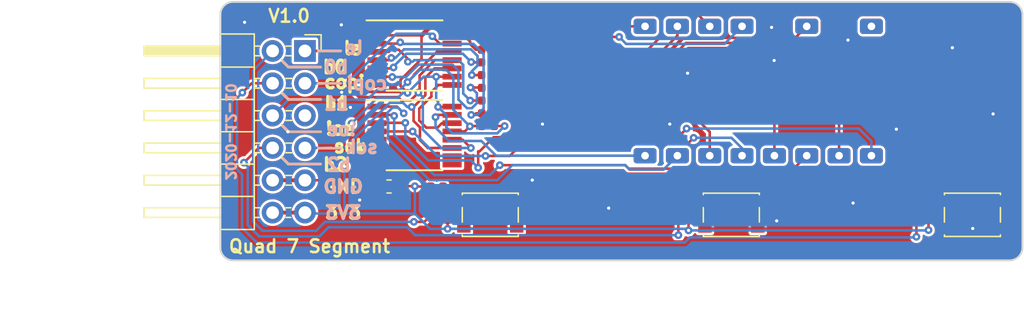
<source format=kicad_pcb>
(kicad_pcb (version 20221018) (generator pcbnew)
  (title_block (title "Quad 7 Segment") (date "2020-12-10") (rev "r1.0") (company "GsD") (comment 1 "PMOD"))
  (layers (0 "F.Cu" signal) (31 "B.Cu" signal) (34 "B.Paste" user) (35 "F.Paste" user) (36 "B.SilkS" user "B.Silkscreen") (37 "F.SilkS" user "F.Silkscreen") (38 "B.Mask" user) (39 "F.Mask" user) (44 "Edge.Cuts" user))
  (net 0 "")
  (net 1 "GND")
  (net 2 "+3V3")
  (net 3 "/btn2")
  (net 4 "/!oe")
  (net 5 "/btn1")
  (net 6 "/btn0")
  (net 7 "/sck")
  (net 8 "/cipo")
  (net 9 "/copi")
  (net 10 "/le")
  (net 11 "Net-(LE1-Pad16)")
  (net 12 "Net-(LE1-Pad15)")
  (net 13 "Net-(LE1-Pad14)")
  (net 14 "Net-(LE1-Pad13)")
  (net 15 "Net-(LE1-Pad11)")
  (net 16 "Net-(LE1-Pad7)")
  (net 17 "Net-(LE1-Pad5)")
  (net 18 "Net-(LE1-Pad3)")
  (net 19 "/led_cc4")
  (net 20 "/led_cc2")
  (net 21 "/led_cc3")
  (net 22 "/led_cc0")
  (net 23 "/led_cc1")
  (net 24 "/led_a")
  (net 25 "/led_b")
  (net 26 "/led_c")
  (net 27 "/led_d")
  (net 28 "/led_e")
  (net 29 "/led_f")
  (net 30 "/led_g")
  (net 31 "/led_dp")
  (net 32 "Net-(U1-Pad9)")
  (net 33 "Net-(U2-Pad10)")
  (net 34 "Net-(U2-Pad9)")
  (net 35 "Net-(U2-Pad7)")
  (net 36 "Net-(U2-Pad6)")
  (net 37 "Net-(U2-Pad5)")
  (footprint "Package_SO:TSSOP-16_4.4x5mm_P0.65mm" (layer "F.Cu") (at 122.75 91.7)
    (fp_text reference "U2" hide)
    (fp_text value "74HC595" hide)
  )
  (footprint "Resistor_SMD:R_0402_1005Metric" (layer "F.Cu") (at 163.125 97.875 90)
    (fp_text reference "R2" hide)
    (fp_text value "10k" hide)
  )
  (footprint "Resistor_SMD:R_0402_1005Metric" (layer "F.Cu") (at 128.5 83.95 180)
    (fp_text reference "R7" hide)
    (fp_text value "220R" hide)
  )
  (footprint "Resistor_SMD:R_0402_1005Metric" (layer "F.Cu") (at 128.515 89.95 180)
    (fp_text reference "R8" hide)
    (fp_text value "220R" hide)
  )
  (footprint "Resistor_SMD:R_0402_1005Metric" (layer "F.Cu") (at 128.515 90.95 180)
    (fp_text reference "R4" hide)
    (fp_text value "10k" hide)
  )
  (footprint "Resistor_SMD:R_0402_1005Metric" (layer "F.Cu") (at 128.5 86.95 180)
    (fp_text reference "R10" hide)
    (fp_text value "220R" hide)
  )
  (footprint "Resistor_SMD:R_0402_1005Metric" (layer "F.Cu") (at 125.35 97.85 90)
    (fp_text reference "R1" hide)
    (fp_text value "10k" hide)
  )
  (footprint "Resistor_SMD:R_0402_1005Metric" (layer "F.Cu") (at 128.5 82.95 180)
    (fp_text reference "R6" hide)
    (fp_text value "220R" hide)
  )
  (footprint "Button_Switch_SMD:SW_SPST_PTS810" (layer "F.Cu") (at 166.575 97.925)
    (fp_text reference "SW2" hide)
    (fp_text value "SW_SPST" hide)
  )
  (footprint "Button_Switch_SMD:SW_SPST_PTS810" (layer "F.Cu") (at 147.6375 97.925)
    (fp_text reference "SW3" hide)
    (fp_text value "SW_SPST" hide)
  )
  (footprint "Resistor_SMD:R_0402_1005Metric" (layer "F.Cu") (at 128.515 88.95 180)
    (fp_text reference "R9" hide)
    (fp_text value "220R" hide)
  )
  (footprint "Resistor_SMD:R_0402_1005Metric" (layer "F.Cu") (at 144.275 97.875 90)
    (fp_text reference "R3" hide)
    (fp_text value "10k" hide)
  )
  (footprint "Capacitor_SMD:C_0402_1005Metric" (layer "F.Cu") (at 124.5 95.7)
    (fp_text reference "C2" hide)
    (fp_text value "100n" hide)
  )
  (footprint "Resistor_SMD:R_0402_1005Metric" (layer "F.Cu") (at 128.515 87.95 180)
    (fp_text reference "R12" hide)
    (fp_text value "220R" hide)
  )
  (footprint "Resistor_SMD:R_0402_1005Metric" (layer "F.Cu") (at 128.5 84.95 180)
    (fp_text reference "R5" hide)
    (fp_text value "220R" hide)
  )
  (footprint "gsd-footprints:kem-3942-ay" (layer "F.Cu") (at 149.75 88.2)
    (fp_text reference "LE1" hide)
    (fp_text value "KEM-3942-AY" hide)
  )
  (footprint "Button_Switch_SMD:SW_SPST_PTS810" (layer "F.Cu") (at 128.7 97.925)
    (fp_text reference "SW1" hide)
    (fp_text value "SW_SPST" hide)
  )
  (footprint "Package_SO:TSSOP-16_4.4x5mm_P0.65mm" (layer "F.Cu") (at 122.75 85.45)
    (fp_text reference "U1" hide)
    (fp_text value "74HC595" hide)
  )
  (footprint "Capacitor_SMD:C_0603_1608Metric" (layer "F.Cu") (at 120.75 95.7 180)
    (fp_text reference "C1" hide)
    (fp_text value "10u" hide)
  )
  (footprint "pkl_connectors:PMODHeader_2x06_P2.54mm_Horizontal" (layer "F.Cu") (at 114.14 97.75 180)
    (fp_text reference "J1" hide)
    (fp_text value "PMOD" hide)
  )
  (footprint "Resistor_SMD:R_0402_1005Metric" (layer "F.Cu") (at 128.5 85.95 180)
    (fp_text reference "R11" hide)
    (fp_text value "220R" hide)
  )
  (gr_line (start 112.362 88.352) (end 112.87 88.86) (stroke (width 0.2)) (layer "B.SilkS"))
  (gr_line (start 112.87 86.32) (end 115.374 86.32) (stroke (width 0.2)) (layer "B.SilkS"))
  (gr_line (start 115.2 92.7) (end 116.95 92.7) (stroke (width 0.2)) (layer "B.SilkS"))
  (gr_line (start 112.87 93.94) (end 115.374 93.94) (stroke (width 0.2)) (layer "B.SilkS"))
  (gr_line (start 112.87 91.4) (end 115.374 91.4) (stroke (width 0.2)) (layer "B.SilkS"))
  (gr_line (start 115.2 87.6) (end 116.95 87.6) (stroke (width 0.2)) (layer "B.SilkS"))
  (gr_line (start 112.362 85.812) (end 112.87 86.32) (stroke (width 0.2)) (layer "B.SilkS"))
  (gr_line (start 112.362 93.432) (end 112.87 93.94) (stroke (width 0.2)) (layer "B.SilkS"))
  (gr_line (start 115.2 85.05) (end 116.95 85.05) (stroke (width 0.2)) (layer "B.SilkS"))
  (gr_line (start 112.362 90.892) (end 112.87 91.4) (stroke (width 0.2)) (layer "B.SilkS"))
  (gr_line (start 112.87 88.86) (end 115.374 88.86) (stroke (width 0.2)) (layer "B.SilkS"))
  (gr_line (start 115.2 87.6) (end 115.5 87.6) (stroke (width 0.2)) (layer "F.SilkS"))
  (gr_line (start 115.2 85.05) (end 116.95 85.05) (stroke (width 0.2)) (layer "F.SilkS"))
  (gr_line (start 112.834 93.94) (end 115.374 93.94) (stroke (width 0.2)) (layer "F.SilkS"))
  (gr_line (start 115.2 92.7) (end 116.2 92.675) (stroke (width 0.2)) (layer "F.SilkS"))
  (gr_line (start 112.834 88.86) (end 115.374 88.86) (stroke (width 0.2)) (layer "F.SilkS"))
  (gr_line (start 112.834 86.32) (end 115.374 86.32) (stroke (width 0.2)) (layer "F.SilkS"))
  (gr_line (start 112.326 93.432) (end 112.834 93.94) (stroke (width 0.2)) (layer "F.SilkS"))
  (gr_line (start 112.834 91.4) (end 115.374 91.4) (stroke (width 0.2)) (layer "F.SilkS"))
  (gr_line (start 112.326 90.892) (end 112.834 91.4) (stroke (width 0.2)) (layer "F.SilkS"))
  (gr_line (start 112.326 88.352) (end 112.834 88.86) (stroke (width 0.2)) (layer "F.SilkS"))
  (gr_line (start 112.326 85.812) (end 112.834 86.32) (stroke (width 0.2)) (layer "F.SilkS"))
  (gr_arc (start 169.5 81.2) (mid 170.207107 81.492893) (end 170.5 82.2) (stroke (width 0.15)) (layer "Edge.Cuts"))
  (gr_line (start 108.5 81.2) (end 169.5 81.2) (stroke (width 0.15)) (layer "Edge.Cuts"))
  (gr_arc (start 170.5 100.5) (mid 170.207107 101.207107) (end 169.5 101.5) (stroke (width 0.15)) (layer "Edge.Cuts"))
  (gr_line (start 170.5 82.2) (end 170.5 100.5) (stroke (width 0.15)) (layer "Edge.Cuts"))
  (gr_line (start 107.5 100.5) (end 107.5 82.2) (stroke (width 0.15)) (layer "Edge.Cuts"))
  (gr_arc (start 108.5 101.5) (mid 107.792893 101.207107) (end 107.5 100.5) (stroke (width 0.15)) (layer "Edge.Cuts"))
  (gr_line (start 169.5 101.5) (end 108.5 101.5) (stroke (width 0.15)) (layer "Edge.Cuts"))
  (gr_arc (start 107.5 82.2) (mid 107.792893 81.492893) (end 108.5 81.2) (stroke (width 0.15)) (layer "Edge.Cuts"))
  (gr_text "GND" (at 117.152 95.718) (layer "B.SilkS") (effects (font (size 1 1) (thickness 0.25)) (justify mirror)))
  (gr_text "copi" (at 119 87.6) (layer "B.SilkS") (effects (font (size 1 1) (thickness 0.25)) (justify mirror)))
  (gr_text "sck" (at 118.6 92.6) (layer "B.SilkS") (effects (font (size 1 1) (thickness 0.25)) (justify mirror)))
  (gr_text "b2" (at 116.8 94) (layer "B.SilkS") (effects (font (size 1 1) (thickness 0.25)) (justify mirror)))
  (gr_text "b1" (at 116.6 89.2) (layer "B.SilkS") (effects (font (size 1 1) (thickness 0.25)) (justify mirror)))
  (gr_text "le" (at 118 84.8) (layer "B.SilkS") (effects (font (size 1 1) (thickness 0.25)) (justify mirror)))
  (gr_text "3V3" (at 117.152 97.75) (layer "B.SilkS") (effects (font (size 1 1) (thickness 0.25)) (justify mirror)))
  (gr_text "2020-12-10\n" (at 108.298 91.4 270) (layer "B.SilkS") (effects (font (size 0.75 0.75) (thickness 0.1875)) (justify mirror)))
  (gr_text "!oe" (at 117 91.2) (layer "B.SilkS") (effects (font (size 1 1) (thickness 0.25)) (justify mirror)))
  (gr_text "b0" (at 116.6 86.32) (layer "B.SilkS") (effects (font (size 1 1) (thickness 0.25)) (justify mirror)))
  (gr_text "b2" (at 116.525 93.975) (layer "F.SilkS") (effects (font (size 1 1) (thickness 0.25))))
  (gr_text "copi" (at 117.25 87.5) (layer "F.SilkS") (effects (font (size 1 1) (thickness 0.25))))
  (gr_text "GND" (at 117.152 95.718) (layer "F.SilkS") (effects (font (size 1 1) (thickness 0.25))))
  (gr_text "b0" (at 116.5 86.32) (layer "F.SilkS") (effects (font (size 1 1) (thickness 0.25))))
  (gr_text "V1.0" (at 112.9 82.3) (layer "F.SilkS") (effects (font (size 1 1) (thickness 0.2))))
  (gr_text "Quad 7 Segment" (at 114.5 100.4) (layer "F.SilkS") (effects (font (size 1 1) (thickness 0.2))))
  (gr_text "3V3" (at 117.152 97.75) (layer "F.SilkS") (effects (font (size 1 1) (thickness 0.25))))
  (gr_text "!oe" (at 116.925 91.15) (layer "F.SilkS") (effects (font (size 1 1) (thickness 0.25))))
  (gr_text "b1" (at 116.625 89.175) (layer "F.SilkS") (effects (font (size 1 1) (thickness 0.25))))
  (gr_text "sck\n" (at 117.675 92.55) (layer "F.SilkS") (effects (font (size 1 1) (thickness 0.25))))
  (gr_text "le" (at 117.9 84.85) (layer "F.SilkS") (effects (font (size 1 1) (thickness 0.25))))
  (segment (start 118.4375 96.7625) (end 117.4375 96.7625) (width 0.2) (layer "F.Cu") (net 1))
  (segment (start 117.4375 96.7625) (end 117.4 96.8) (width 0.2) (layer "F.Cu") (net 1))
  (segment (start 166.6 99) (end 164.5 99) (width 0.2) (layer "F.Cu") (net 1))
  (segment (start 124.825 96.45) (end 123.175 96.45) (width 0.2) (layer "F.Cu") (net 1))
  (segment (start 163.325 100) (end 166.175 100) (width 0.2) (layer "F.Cu") (net 1))
  (segment (start 117.025 88.8) (end 117.7125 89.4875) (width 0.2) (layer "F.Cu") (net 1))
  (segment (start 124.985 96.29) (end 124.825 96.45) (width 0.2) (layer "F.Cu") (net 1))
  (segment (start 117.7125 89.4875) (end 118.35 90.125) (width 0.2) (layer "F.Cu") (net 1))
  (segment (start 126.625 99) (end 128.675 99) (width 0.2) (layer "F.Cu") (net 1))
  (segment (start 115.81 95.21) (end 114.14 95.21) (width 0.2) (layer "F.Cu") (net 1))
  (segment (start 120.35 96.875) (end 120.2375 96.7625) (width 0.2) (layer "F.Cu") (net 1))
  (segment (start 119.9625 96.4875) (end 119.9625 95.7) (width 0.2) (layer "F.Cu") (net 1))
  (segment (start 122.75 96.875) (end 120.35 96.875) (width 0.2) (layer "F.Cu") (net 1))
  (segment (start 162.775 100) (end 162.525 100.25) (width 0.2) (layer "F.Cu") (net 1))
  (segment (start 166.6 99.575) (end 166.6 99) (width 0.2) (layer "F.Cu") (net 1))
  (segment (start 150.6 99) (end 151.2 98.4) (width 0.2) (layer "F.Cu") (net 1))
  (segment (start 127.3 100.025) (end 120.625 100.025) (width 0.2) (layer "F.Cu") (net 1))
  (segment (start 128.675 99) (end 130.775 99) (width 0.2) (layer "F.Cu") (net 1))
  (segment (start 147.225 100.025) (end 147.55 99.7) (width 0.2) (layer "F.Cu") (net 1))
  (segment (start 120.2375 96.7625) (end 118.4375 96.7625) (width 0.2) (layer "F.Cu") (net 1))
  (segment (start 111.6 95.21) (end 114.14 95.21) (width 0.3) (layer "F.Cu") (net 1))
  (segment (start 147.55 99.7) (end 147.85 100) (width 0.2) (layer "F.Cu") (net 1))
  (segment (start 149.7125 99) (end 147.55 99) (width 0.2) (layer "F.Cu") (net 1))
  (segment (start 147.55 99.7) (end 147.55 99) (width 0.2) (layer "F.Cu") (net 1))
  (segment (start 127.3 100.025) (end 147.225 100.025) (width 0.2) (layer "F.Cu") (net 1))
  (segment (start 128.675 99) (end 128.675 99.525) (width 0.2) (layer "F.Cu") (net 1))
  (segment (start 120.625 100.025) (end 117.4 96.8) (width 0.2) (layer "F.Cu") (net 1))
  (segment (start 147.85 100) (end 161.5 100) (width 0.2) (layer "F.Cu") (net 1))
  (segment (start 168.65 99) (end 166.6 99) (width 0.2) (layer "F.Cu") (net 1))
  (segment (start 161.75 100.25) (end 161.5 100) (width 0.2) (layer "F.Cu") (net 1))
  (segment (start 117.4 96.8) (end 115.81 95.21) (width 0.2) (layer "F.Cu") (net 1))
  (segment (start 147.55 99) (end 145.5625 99) (width 0.2) (layer "F.Cu") (net 1))
  (segment (start 119.8 93.975) (end 118.65 93.975) (width 0.2) (layer "F.Cu") (net 1))
  (segment (start 118.35 90.125) (end 118.35 93.675) (width 0.2) (layer "F.Cu") (net 1))
  (segment (start 118.65 93.975) (end 118.4 94.225) (width 0.2) (layer "F.Cu") (net 1))
  (segment (start 124.985 95.7) (end 124.985 96.29) (width 0.2) (layer "F.Cu") (net 1))
  (segment (start 119.8 87.725) (end 118.375 87.725) (width 0.2) (layer "F.Cu") (net 1))
  (segment (start 115.875 95.275) (end 115.81 95.21) (width 0.2) (layer "F.Cu") (net 1))
  (segment (start 166.175 100) (end 166.6 99.575) (width 0.2) (layer "F.Cu") (net 1))
  (segment (start 163.325 100) (end 162.775 100) (width 0.2) (layer "F.Cu") (net 1))
  (segment (start 123.175 96.45) (end 122.75 96.875) (width 0.2) (layer "F.Cu") (net 1))
  (segment (start 149.7125 99) (end 150.6 99) (width 0.2) (layer "F.Cu") (net 1))
  (segment (start 117.35 95.275) (end 115.875 95.275) (width 0.2) (layer "F.Cu") (net 1))
  (segment (start 128.675 99.525) (end 128.175 100.025) (width 0.2) (layer "F.Cu") (net 1))
  (segment (start 118.4 94.225) (end 117.35 95.275) (width 0.2) (layer "F.Cu") (net 1))
  (segment (start 128.175 100.025) (end 127.3 100.025) (width 0.2) (layer "F.Cu") (net 1))
  (segment (start 118.35 93.675) (end 118.65 93.975) (width 0.2) (layer "F.Cu") (net 1))
  (segment (start 162.525 100.25) (end 161.75 100.25) (width 0.2) (layer "F.Cu") (net 1))
  (segment (start 120.2375 96.7625) (end 119.9625 96.4875) (width 0.2) (layer "F.Cu") (net 1))
  (segment (start 117.025 88.3) (end 117.025 88.8) (width 0.2) (layer "F.Cu") (net 1))
  (via (at 117 83) (size 0.6) (drill 0.25) (layers "F.Cu" "B.Cu") (net 1))
  (via (at 118.375 87.725) (size 0.6) (drill 0.25) (layers "F.Cu" "B.Cu") (net 1))
  (via (at 165 84.8) (size 0.6) (drill 0.25) (layers "F.Cu" "B.Cu") (net 1))
  (via (at 132.8 90.8) (size 0.6) (drill 0.25) (layers "F.Cu" "B.Cu") (net 1))
  (via (at 156.8 84.2) (size 0.6) (drill 0.25) (layers "F.Cu" "B.Cu") (net 1))
  (via (at 118.4375 96.7625) (size 0.6) (drill 0.25) (layers "F.Cu" "B.Cu") (net 1))
  (via (at 157.2 97) (size 0.6) (drill 0.25) (layers "F.Cu" "B.Cu") (net 1))
  (via (at 168.2 90) (size 0.6) (drill 0.25) (layers "F.Cu" "B.Cu") (net 1))
  (via (at 160.6 91.2) (size 0.6) (drill 0.25) (layers "F.Cu" "B.Cu") (net 1))
  (via (at 117.7125 89.4875) (size 0.6) (drill 0.25) (layers "F.Cu" "B.Cu") (net 1))
  (via (at 132 95.2) (size 0.6) (drill 0.25) (layers "F.Cu" "B.Cu") (net 1))
  (via (at 151 85.8) (size 0.6) (drill 0.25) (layers "F.Cu" "B.Cu") (net 1))
  (via (at 142.8 90.8) (size 0.6) (drill 0.25) (layers "F.Cu" "B.Cu") (net 1))
  (via (at 112.8 91.4) (size 0.6) (drill 0.25) (layers "F.Cu" "B.Cu") (net 1))
  (via (at 144.2 86.8) (size 0.6) (drill 0.25) (layers "F.Cu" "B.Cu") (net 1))
  (via (at 150.8 83.2) (size 0.6) (drill 0.25) (layers "F.Cu" "B.Cu") (net 1))
  (via (at 138 97.4) (size 0.6) (drill 0.25) (layers "F.Cu" "B.Cu") (net 1))
  (via (at 166.6 99) (size 0.6) (drill 0.25) (layers "F.Cu" "B.Cu") (net 1))
  (via (at 109.4 82.8) (size 0.6) (drill 0.25) (layers "F.Cu" "B.Cu") (net 1))
  (via (at 151.2 98.4) (size 0.6) (drill 0.25) (layers "F.Cu" "B.Cu") (net 1))
  (via (at 117.025 88.3) (size 0.6) (drill 0.25) (layers "F.Cu" "B.Cu") (net 1))
  (segment (start 117.375 88.3) (end 117.025 88.3) (width 0.2) (layer "B.Cu") (net 1))
  (segment (start 117.95 87.725) (end 117.375 88.3) (width 0.2) (layer "B.Cu") (net 1))
  (segment (start 118.375 87.725) (end 117.95 87.725) (width 0.2) (layer "B.Cu") (net 1))
  (segment (start 121.5375 95.7) (end 121.5625 95.675) (width 0.2) (layer "F.Cu") (net 2))
  (segment (start 123.3 83.95) (end 123.3 85.675) (width 0.2) (layer "F.Cu") (net 2))
  (segment (start 121.65 87.8) (end 122.2 88.35) (width 0.2) (layer "F.Cu") (net 2))
  (segment (start 125.675 89.45) (end 124.6 89.45) (width 0.2) (layer "F.Cu") (net 2))
  (segment (start 117.8 90.75) (end 117.25 91.3) (width 0.2) (layer "F.Cu") (net 2))
  (segment (start 111.6 97.75) (end 114.14 97.75) (width 0.3) (layer "F.Cu") (net 2))
  (segment (start 125.7 83.175) (end 124.075 83.175) (width 0.2) (layer "F.Cu") (net 2))
  (segment (start 117.25 91.3) (end 117.25 94.125) (width 0.2) (layer "F.Cu") (net 2))
  (segment (start 125.7 89.425) (end 125.675 89.45) (width 0.2) (layer "F.Cu") (net 2))
  (segment (start 144.275 98.36) (end 144.275 99.15) (width 0.2) (layer "F.Cu") (net 2))
  (segment (start 125.35 98.335) (end 125.35 99.025) (width 0.2) (layer "F.Cu") (net 2))
  (segment (start 129 90.95) (end 129.825 90.95) (width 0.2) (layer "F.Cu") (net 2))
  (segment (start 121.5625 95.675) (end 122.775 95.675) (width 0.2) (layer "F.Cu") (net 2))
  (segment (start 123.3 85.675) (end 121.65 87.325) (width 0.2) (layer "F.Cu") (net 2))
  (segment (start 124.015 95.7) (end 122.8 95.7) (width 0.2) (layer "F.Cu") (net 2))
  (segment (start 124.075 83.175) (end 123.3 83.95) (width 0.2) (layer "F.Cu") (net 2))
  (segment (start 121.65 87.325) (end 121.65 87.8) (width 0.2) (layer "F.Cu") (net 2))
  (segment (start 125.7 87.075) (end 124.45 87.075) (width 0.2) (layer "F.Cu") (net 2))
  (segment (start 122.8 95.7) (end 122.775 95.675) (width 0.2) (layer "F.Cu") (net 2))
  (segment (start 163.125 98.36) (end 163.125 99.125) (width 0.2) (layer "F.Cu") (net 2))
  (via (at 163.125 99.125) (size 0.6) (drill 0.25) (layers "F.Cu" "B.Cu") (net 2))
  (via (at 117.8 90.75) (size 0.6) (drill 0.25) (layers "F.Cu" "B.Cu") (net 2))
  (via (at 129.825 90.95) (size 0.6) (drill 0.25) (layers "F.Cu" "B.Cu") (net 2))
  (via (at 124.6 89.45) (size 0.6) (drill 0.25) (layers "F.Cu" "B.Cu") (net 2))
  (via (at 125.35 99.025) (size 0.6) (drill 0.25) (layers "F.Cu" "B.Cu") (net 2))
  (via (at 122.2 88.35) (size 0.6) (drill 0.25) (layers "F.Cu" "B.Cu") (net 2))
  (via (at 122.775 95.675) (size 0.6) (drill 0.25) (layers "F.Cu" "B.Cu") (net 2))
  (via (at 124.45 87.075) (size 0.6) (drill 0.25) (layers "F.Cu" "B.Cu") (net 2))
  (via (at 144.275 99.15) (size 0.6) (drill 0.25) (layers "F.Cu" "B.Cu") (net 2))
  (via (at 117.25 94.125) (size 0.6) (drill 0.25) (layers "F.Cu" "B.Cu") (net 2))
  (segment (start 128.025 91.525) (end 125.725 91.525) (width 0.2) (layer "B.Cu") (net 2))
  (segment (start 144.15 99.025) (end 125.35 99.025) (width 0.2) (layer "B.Cu") (net 2))
  (segment (start 117.25 94.125) (end 117.25 97.8) (width 0.2) (layer "B.Cu") (net 2))
  (segment (start 122.2 88.35) (end 123.475 87.075) (width 0.2) (layer "B.Cu") (net 2))
  (segment (start 124.6 89.025) (end 124.6 89.45) (width 0.2) (layer "B.Cu") (net 2))
  (segment (start 163.1 99.15) (end 144.275 99.15) (width 0.2) (layer "B.Cu") (net 2))
  (segment (start 121.45 88.725) (end 119.825 88.725) (width 0.2) (layer "B.Cu") (net 2))
  (segment (start 114.215 97.825) (end 117.275 97.825) (width 0.2) (layer "B.Cu") (net 2))
  (segment (start 117.275 97.825) (end 122.775 97.825) (width 0.2) (layer "B.Cu") (net 2))
  (segment (start 125.25 90.1) (end 124.6 89.45) (width 0.2) (layer "B.Cu") (net 2))
  (segment (start 117.25 97.8) (end 117.275 97.825) (width 0.2) (layer "B.Cu") (net 2))
  (segment (start 144.275 99.15) (end 144.15 99.025) (width 0.2) (layer "B.Cu") (net 2))
  (segment (start 122.775 97.825) (end 123.975 99.025) (width 0.2) (layer "B.Cu") (net 2))
  (segment (start 123.975 99.025) (end 125.35 99.025) (width 0.2) (layer "B.Cu") (net 2))
  (segment (start 122.775 95.675) (end 122.775 97.825) (width 0.2) (layer "B.Cu") (net 2))
  (segment (start 163.125 99.125) (end 163.1 99.15) (width 0.2) (layer "B.Cu") (net 2))
  (segment (start 122.2 88.35) (end 121.825 88.35) (width 0.2) (layer "B.Cu") (net 2))
  (segment (start 114.14 97.75) (end 114.215 97.825) (width 0.2) (layer "B.Cu") (net 2))
  (segment (start 121.825 88.35) (end 121.45 88.725) (width 0.2) (layer "B.Cu") (net 2))
  (segment (start 128.025 91.525) (end 129.25 91.525) (width 0.2) (layer "B.Cu") (net 2))
  (segment (start 119.825 88.725) (end 117.8 90.75) (width 0.2) (layer "B.Cu") (net 2))
  (segment (start 125.725 91.525) (end 125.25 91.05) (width 0.2) (layer "B.Cu") (net 2))
  (segment (start 129.25 91.525) (end 129.825 90.95) (width 0.2) (layer "B.Cu") (net 2))
  (segment (start 123.475 87.075) (end 124.45 87.075) (width 0.2) (layer "B.Cu") (net 2))
  (segment (start 124.45 88.875) (end 124.6 89.025) (width 0.2) (layer "B.Cu") (net 2))
  (segment (start 124.45 87.075) (end 124.45 88.875) (width 0.2) (layer "B.Cu") (net 2))
  (segment (start 125.25 91.05) (end 125.25 90.1) (width 0.2) (layer "B.Cu") (net 2))
  (segment (start 144.815 96.85) (end 145.5625 96.85) (width 0.2) (layer "F.Cu") (net 3))
  (segment (start 109.35 93.825) (end 110.505 92.67) (width 0.2) (layer "F.Cu") (net 3))
  (segment (start 144.275 97.39) (end 143.475 98.19) (width 0.2) (layer "F.Cu") (net 3))
  (segment (start 144.275 97.39) (end 144.815 96.85) (width 0.2) (layer "F.Cu") (net 3))
  (segment (start 110.505 92.67) (end 111.6 92.67) (width 0.2) (layer "F.Cu") (net 3))
  (segment (start 143.475 98.19) (end 143.475 99.525) (width 0.2) (layer "F.Cu") (net 3))
  (segment (start 145.5625 96.85) (end 149.7125 96.85) (width 0.2) (layer "F.Cu") (net 3))
  (via (at 109.35 93.825) (size 0.6) (drill 0.25) (layers "F.Cu" "B.Cu") (net 3))
  (via (at 143.475 99.525) (size 0.6) (drill 0.25) (layers "F.Cu" "B.Cu") (net 3))
  (segment (start 122.8 99.525) (end 122.175 98.9) (width 0.2) (layer "B.Cu") (net 3))
  (segment (start 110.55 99.625) (end 109.65 98.725) (width 0.2) (layer "B.Cu") (net 3))
  (segment (start 115.275 99.625) (end 110.55 99.625) (width 0.2) (layer "B.Cu") (net 3))
  (segment (start 116 98.9) (end 115.275 99.625) (width 0.2) (layer "B.Cu") (net 3))
  (segment (start 122.175 98.9) (end 116 98.9) (width 0.2) (layer "B.Cu") (net 3))
  (segment (start 109.65 94.125) (end 109.35 93.825) (width 0.2) (layer "B.Cu") (net 3))
  (segment (start 109.65 98.725) (end 109.65 94.125) (width 0.2) (layer "B.Cu") (net 3))
  (segment (start 143.475 99.525) (end 122.8 99.525) (width 0.2) (layer "B.Cu") (net 3))
  (segment (start 124.5 85.125) (end 125.7 85.125) (width 0.2) (layer "F.Cu") (net 4))
  (segment (start 128.03 90.95) (end 127.125 90.95) (width 0.2) (layer "F.Cu") (net 4))
  (segment (start 125.7 91.375) (end 126.7 91.375) (width 0.2) (layer "F.Cu") (net 4))
  (segment (start 122.7 87) (end 122.7 86.925) (width 0.2) (layer "F.Cu") (net 4))
  (segment (start 127.125 90.95) (end 127.1 90.975) (width 0.2) (layer "F.Cu") (net 4))
  (segment (start 122.7 86.925) (end 124.5 85.125) (width 0.2) (layer "F.Cu") (net 4))
  (segment (start 126.7 91.375) (end 127.1 90.975) (width 0.2) (layer "F.Cu") (net 4))
  (segment (start 122.2 87.5) (end 122.7 87) (width 0.2) (layer "F.Cu") (net 4))
  (via (at 127.1 90.975) (size 0.6) (drill 0.25) (layers "F.Cu" "B.Cu") (net 4))
  (via (at 122.2 87.5) (size 0.6) (drill 0.25) (layers "F.Cu" "B.Cu") (net 4))
  (segment (start 123.175 86.525) (end 125.225 86.525) (width 0.2) (layer "B.Cu") (net 4))
  (segment (start 125.225 86.525) (end 125.8 87.1) (width 0.2) (layer "B.Cu") (net 4))
  (segment (start 119.05 88.875) (end 119.8 88.125) (width 0.2) (layer "B.Cu") (net 4))
  (segment (start 112.855 88.875) (end 111.6 90.13) (width 0.2) (layer "B.Cu") (net 4))
  (segment (start 117.25 88.875) (end 119.05 88.875) (width 0.2) (layer "B.Cu") (net 4))
  (segment (start 121.575 88.125) (end 119.8 88.125) (width 0.2) (layer "B.Cu") (net 4))
  (segment (start 122.2 87.5) (end 121.575 88.125) (width 0.2) (layer "B.Cu") (net 4))
  (segment (start 122.2 87.5) (end 123.175 86.525) (width 0.2) (layer "B.Cu") (net 4))
  (segment (start 125.8 87.1) (end 125.8 89.675) (width 0.2) (layer "B.Cu") (net 4))
  (segment (start 117.25 88.875) (end 112.855 88.875) (width 0.2) (layer "B.Cu") (net 4))
  (segment (start 125.8 89.675) (end 127.1 90.975) (width 0.2) (layer "B.Cu") (net 4))
  (segment (start 109.96 87.59) (end 111.6 87.59) (width 0.2) (layer "F.Cu") (net 5))
  (segment (start 162.175 99.65) (end 162.175 97.65) (width 0.2) (layer "F.Cu") (net 5))
  (segment (start 168.65 96.85) (end 164.5 96.85) (width 0.2) (layer "F.Cu") (net 5))
  (segment (start 163.665 96.85) (end 164.5 96.85) (width 0.2) (layer "F.Cu") (net 5))
  (segment (start 163.125 97.39) (end 163.665 96.85) (width 0.2) (layer "F.Cu") (net 5))
  (segment (start 162.175 97.65) (end 162.435 97.39) (width 0.2) (layer "F.Cu") (net 5))
  (segment (start 162.435 97.39) (end 163.125 97.39) (width 0.2) (layer "F.Cu") (net 5))
  (segment (start 109.225 88.325) (end 109.96 87.59) (width 0.2) (layer "F.Cu") (net 5))
  (via (at 162.175 99.65) (size 0.6) (drill 0.25) (layers "F.Cu" "B.Cu") (net 5))
  (via (at 109.225 88.325) (size 0.6) (drill 0.25) (layers "F.Cu" "B.Cu") (net 5))
  (segment (start 108.8 88.75) (end 109.225 88.325) (width 0.2) (layer "B.Cu") (net 5))
  (segment (start 108.8 94.35) (end 108.8 88.75) (width 0.2) (layer "B.Cu") (net 5))
  (segment (start 109.2 98.95) (end 109.2 94.75) (width 0.2) (layer "B.Cu") (net 5))
  (segment (start 109.2 94.75) (end 108.8 94.35) (width 0.2) (layer "B.Cu") (net 5))
  (segment (start 162.175 99.65) (end 162.125 99.7) (width 0.2) (layer "B.Cu") (net 5))
  (segment (start 110.35 100.1) (end 109.2 98.95) (width 0.2) (layer "B.Cu") (net 5))
  (segment (start 144.375 99.7) (end 143.975 100.1) (width 0.2) (layer "B.Cu") (net 5))
  (segment (start 162.125 99.7) (end 144.375 99.7) (width 0.2) (layer "B.Cu") (net 5))
  (segment (start 143.975 100.1) (end 110.35 100.1) (width 0.2) (layer "B.Cu") (net 5))
  (segment (start 123.525 98.475) (end 122.7 98.475) (width 0.2) (layer "F.Cu") (net 6))
  (segment (start 125.35 97.365) (end 125.865 96.85) (width 0.2) (layer "F.Cu") (net 6))
  (segment (start 124.635 97.365) (end 123.525 98.475) (width 0.2) (layer "F.Cu") (net 6))
  (segment (start 125.865 96.85) (end 126.625 96.85) (width 0.2) (layer "F.Cu") (net 6))
  (segment (start 130.775 96.85) (end 126.625 96.85) (width 0.2) (layer "F.Cu") (net 6))
  (segment (start 125.35 97.365) (end 124.635 97.365) (width 0.2) (layer "F.Cu") (net 6))
  (via (at 122.7 98.475) (size 0.6) (drill 0.25) (layers "F.Cu" "B.Cu") (net 6))
  (segment (start 110.8 99.175) (end 110.075 98.45) (width 0.2) (layer "B.Cu") (net 6))
  (segment (start 115.025 99.175) (end 110.8 99.175) (width 0.2) (layer "B.Cu") (net 6))
  (segment (start 110.075 98.45) (end 110.075 86.575) (width 0.2) (layer "B.Cu") (net 6))
  (segment (start 122.7 98.475) (end 115.725 98.475) (width 0.2) (layer "B.Cu") (net 6))
  (segment (start 115.725 98.475) (end 115.025 99.175) (width 0.2) (layer "B.Cu") (net 6))
  (segment (start 110.075 86.575) (end 111.6 85.05) (width 0.2) (layer "B.Cu") (net 6))
  (segment (start 122.675 89.45) (end 122.9125 89.2125) (width 0.2) (layer "F.Cu") (net 7))
  (segment (start 123.8 92.675) (end 123.175 92.05) (width 0.2) (layer "F.Cu") (net 7))
  (segment (start 125.7 92.675) (end 123.8 92.675) (width 0.2) (layer "F.Cu") (net 7))
  (segment (start 123.175 92.05) (end 123.175 91.05) (width 0.2) (layer "F.Cu") (net 7))
  (segment (start 123.6 87.15) (end 123.6 88.525) (width 0.2) (layer "F.Cu") (net 7))
  (segment (start 123.175 91.05) (end 122.675 90.55) (width 0.2) (layer "F.Cu") (net 7))
  (segment (start 122.525 89.45) (end 122.675 89.45) (width 0.2) (layer "F.Cu") (net 7))
  (segment (start 125.7 86.425) (end 124.325 86.425) (width 0.2) (layer "F.Cu") (net 7))
  (segment (start 122.9125 89.2125) (end 123.6 88.525) (width 0.2) (layer "F.Cu") (net 7))
  (segment (start 114.22 92.75) (end 114.14 92.67) (width 0.2) (layer "F.Cu") (net 7))
  (segment (start 122.675 90.55) (end 122.675 89.45) (width 0.2) (layer "F.Cu") (net 7))
  (segment (start 124.325 86.425) (end 123.6 87.15) (width 0.2) (layer "F.Cu") (net 7))
  (via (at 122.525 89.45) (size 0.6) (drill 0.25) (layers "F.Cu" "B.Cu") (net 7))
  (segment (start 122.175 89.45) (end 122.525 89.45) (width 0.2) (layer "B.Cu") (net 7))
  (segment (start 114.14 92.67) (end 115.305 92.67) (width 0.2) (layer "B.Cu") (net 7))
  (segment (start 121.85 89.125) (end 120.8 89.125) (width 0.2) (layer "B.Cu") (net 7))
  (segment (start 120.8 89.125) (end 117.255 92.67) (width 0.2) (layer "B.Cu") (net 7))
  (segment (start 117.255 92.67) (end 115.305 92.67) (width 0.2) (layer "B.Cu") (net 7))
  (segment (start 121.9 89.175) (end 122.175 89.45) (width 0.2) (layer "B.Cu") (net 7))
  (segment (start 121.9 89.175) (end 121.85 89.125) (width 0.2) (layer "B.Cu") (net 7))
  (segment (start 125.7 84.475) (end 124.725 84.475) (width 0.2) (layer "F.Cu") (net 9))
  (segment (start 124.725 84.475) (end 124.15 83.9) (width 0.2) (layer "F.Cu") (net 9))
  (via (at 124.15 83.9) (size 0.6) (drill 0.25) (layers "F.Cu" "B.Cu") (net 9))
  (segment (start 123.95 83.7) (end 121.325 83.7) (width 0.2) (layer "B.Cu") (net 9))
  (segment (start 124.15 83.9) (end 123.95 83.7) (width 0.2) (layer "B.Cu") (net 9))
  (segment (start 115.985 87.59) (end 117.435 87.59) (width 0.2) (layer "B.Cu") (net 9))
  (segment (start 115.985 87.59) (end 114.14 87.59) (width 0.2) (layer "B.Cu") (net 9))
  (segment (start 121.325 83.7) (end 119.5875 85.4375) (width 0.2) (layer "B.Cu") (net 9))
  (segment (start 117.435 87.59) (end 119.5875 85.4375) (width 0.2) (layer "B.Cu") (net 9))
  (segment (start 116.775 85.05) (end 114.14 85.05) (width 0.2) (layer "F.Cu") (net 10))
  (segment (start 124.35 85.775) (end 125.7 85.775) (width 0.2) (layer "F.Cu") (net 10))
  (segment (start 123.05 88.325) (end 123.15 88.225) (width 0.2) (layer "F.Cu") (net 10))
  (segment (start 121.45 88.675) (end 119.525 88.675) (width 0.2) (layer "F.Cu") (net 10))
  (segment (start 117.525 87.825) (end 117.525 85.8) (width 0.2) (layer "F.Cu") (net 10))
  (segment (start 121.7 88.925) (end 121.45 88.675) (width 0.2) (layer "F.Cu") (net 10))
  (segment (start 119.525 88.675) (end 118.375 88.675) (width 0.2) (layer "F.Cu") (net 10))
  (segment (start 122.1 88.925) (end 121.7 88.925) (width 0.2) (layer "F.Cu") (net 10))
  (segment (start 125.7 92.025) (end 126.525 92.025) (width 0.2) (layer "F.Cu") (net 10))
  (segment (start 122.45 88.925) (end 122.1 88.925) (width 0.2) (layer "F.Cu") (net 10))
  (segment (start 117.525 85.8) (end 117.2 85.475) (width 0.2) (layer "F.Cu") (net 10))
  (segment (start 118.375 88.675) (end 117.525 87.825) (width 0.2) (layer "F.Cu") (net 10))
  (segment (start 126.525 92.025) (end 127.175 92.675) (width 0.2) (layer "F.Cu") (net 10))
  (segment (start 123.15 86.975) (end 124.35 85.775) (width 0.2) (layer "F.Cu") (net 10))
  (segment (start 123.15 88.225) (end 123.15 86.975) (width 0.2) (layer "F.Cu") (net 10))
  (segment (start 117.2 85.475) (end 116.775 85.05) (width 0.2) (layer "F.Cu") (net 10))
  (segment (start 123.05 88.325) (end 122.45 88.925) (width 0.2) (layer "F.Cu") (net 10))
  (via (at 127.175 92.675) (size 0.6) (drill 0.25) (layers "F.Cu" "B.Cu") (net 10))
  (via (at 123.05 88.325) (size 0.6) (drill 0.25) (layers "F.Cu" "B.Cu") (net 10))
  (segment (start 123.4 91.225) (end 123.4 88.675) (width 0.2) (layer "B.Cu") (net 10))
  (segment (start 123.6625 91.4875) (end 123.4 91.225) (width 0.2) (layer "B.Cu") (net 10))
  (segment (start 124.85 92.675) (end 123.6625 91.4875) (width 0.2) (layer "B.Cu") (net 10))
  (segment (start 127.175 92.675) (end 124.85 92.675) (width 0.2) (layer "B.Cu") (net 10))
  (segment (start 123.4 88.675) (end 123.05 88.325) (width 0.2) (layer "B.Cu") (net 10))
  (segment (start 129.995 83.12) (end 140.86 83.12) (width 0.2) (layer "F.Cu") (net 11))
  (segment (start 129.825 82.95) (end 129.995 83.12) (width 0.2) (layer "F.Cu") (net 11))
  (segment (start 128.985 82.95) (end 129.825 82.95) (width 0.2) (layer "F.Cu") (net 11))
  (segment (start 143.4 83.85) (end 143.4 83.12) (width 0.2) (layer "F.Cu") (net 12))
  (segment (start 141.3 85.95) (end 143.4 83.85) (width 0.2) (layer "F.Cu") (net 12))
  (segment (start 128.985 85.95) (end 141.3 85.95) (width 0.2) (layer "F.Cu") (net 12))
  (segment (start 144.92 82.1) (end 145.94 83.12) (width 0.2) (layer "F.Cu") (net 13))
  (segment (start 141.075 84.95) (end 142.125 83.9) (width 0.2) (layer "F.Cu") (net 13))
  (segment (start 142.125 82.475) (end 142.5 82.1) (width 0.2) (layer "F.Cu") (net 13))
  (segment (start 142.125 83.9) (end 142.125 82.475) (width 0.2) (layer "F.Cu") (net 13))
  (segment (start 128.985 84.95) (end 141.075 84.95) (width 0.2) (layer "F.Cu") (net 13))
  (segment (start 142.5 82.1) (end 144.92 82.1) (width 0.2) (layer "F.Cu") (net 13))
  (segment (start 128.985 83.95) (end 138.825 83.95) (width 0.2) (layer "F.Cu") (net 14))
  (via (at 138.825 83.95) (size 0.6) (drill 0.25) (layers "F.Cu" "B.Cu") (net 14))
  (segment (start 147.1 84.5) (end 148.48 83.12) (width 0.2) (layer "B.Cu") (net 14))
  (segment (start 138.825 83.95) (end 139.375 84.5) (width 0.2) (layer "B.Cu") (net 14))
  (segment (start 139.375 84.5) (end 147.1 84.5) (width 0.2) (layer "B.Cu") (net 14))
  (segment (start 128.985 86.95) (end 141.55 86.95) (width 0.2) (layer "F.Cu") (net 15))
  (segment (start 152.255 84.425) (end 153.56 83.12) (width 0.2) (layer "F.Cu") (net 15))
  (segment (start 141.55 86.95) (end 144.075 84.425) (width 0.2) (layer "F.Cu") (net 15))
  (segment (start 144.075 84.425) (end 152.255 84.425) (width 0.2) (layer "F.Cu") (net 15))
  (segment (start 153.65 87.95) (end 156.1 90.4) (width 0.2) (layer "F.Cu") (net 16))
  (segment (start 129 87.95) (end 153.65 87.95) (width 0.2) (layer "F.Cu") (net 16))
  (segment (start 156.1 90.4) (end 156.1 93.28) (width 0.2) (layer "F.Cu") (net 16))
  (segment (start 151.02 90.47) (end 151.02 93.28) (width 0.2) (layer "F.Cu") (net 17))
  (segment (start 129 88.95) (end 149.5 88.95) (width 0.2) (layer "F.Cu") (net 17))
  (segment (start 149.5 88.95) (end 151.02 90.47) (width 0.2) (layer "F.Cu") (net 17))
  (segment (start 129 89.95) (end 144.475 89.95) (width 0.2) (layer "F.Cu") (net 18))
  (segment (start 144.475 89.95) (end 145.94 91.415) (width 0.2) (layer "F.Cu") (net 18))
  (segment (start 145.94 91.415) (end 145.94 93.28) (width 0.2) (layer "F.Cu") (net 18))
  (segment (start 119.8 91.375) (end 122.6 91.375) (width 0.2) (layer "F.Cu") (net 19))
  (segment (start 128.325 93.3) (end 130.225 93.3) (width 0.2) (layer "F.Cu") (net 19))
  (segment (start 144.25 92.3) (end 144.675 91.875) (width 0.2) (layer "F.Cu") (net 19))
  (segment (start 131.225 92.3) (end 144.25 92.3) (width 0.2) (layer "F.Cu") (net 19))
  (segment (start 130.225 93.3) (end 131.225 92.3) (width 0.2) (layer "F.Cu") (net 19))
  (via (at 144.675 91.875) (size 0.6) (drill 0.25) (layers "F.Cu" "B.Cu") (net 19))
  (via (at 128.325 93.3) (size 0.6) (drill 0.25) (layers "F.Cu" "B.Cu") (net 19))
  (via (at 122.6 91.375) (size 0.6) (drill 0.25) (layers "F.Cu" "B.Cu") (net 19))
  (segment (start 124.525 93.3) (end 128.325 93.3) (width 0.2) (layer "B.Cu") (net 19))
  (segment (start 147.65 91.875) (end 148.48 92.705) (width 0.2) (layer "B.Cu") (net 19))
  (segment (start 148.48 92.705) (end 148.48 93.28) (width 0.2) (layer "B.Cu") (net 19))
  (segment (start 144.675 91.875) (end 147.65 91.875) (width 0.2) (layer "B.Cu") (net 19))
  (segment (start 122.6 91.375) (end 124.525 93.3) (width 0.2) (layer "B.Cu") (net 19))
  (segment (start 129.45 94.025) (end 139.3 94.025) (width 0.2) (layer "F.Cu") (net 20))
  (segment (start 152.54 94.3) (end 153.56 93.28) (width 0.2) (layer "F.Cu") (net 20))
  (segment (start 139.575 94.3) (end 152.54 94.3) (width 0.2) (layer "F.Cu") (net 20))
  (segment (start 139.3 94.025) (end 139.575 94.3) (width 0.2) (layer "F.Cu") (net 20))
  (segment (start 121.075 90.075) (end 121.15 90.15) (width 0.2) (layer "F.Cu") (net 20))
  (segment (start 119.8 90.075) (end 121.075 90.075) (width 0.2) (layer "F.Cu") (net 20))
  (via (at 129.45 94.025) (size 0.6) (drill 0.25) (layers "F.Cu" "B.Cu") (net 20))
  (via (at 121.15 90.15) (size 0.6) (drill 0.25) (layers "F.Cu" "B.Cu") (net 20))
  (segment (start 121.15 90.15) (end 121.15 91.65) (width 0.2) (layer "B.Cu") (net 20))
  (segment (start 124.3 94.8) (end 128.675 94.8) (width 0.2) (layer "B.Cu") (net 20))
  (segment (start 128.675 94.8) (end 129.45 94.025) (width 0.2) (layer "B.Cu") (net 20))
  (segment (start 121.15 91.65) (end 124.3 94.8) (width 0.2) (layer "B.Cu") (net 20))
  (segment (start 143.45 91.825) (end 144.125 91.15) (width 0.2) (layer "F.Cu") (net 21))
  (segment (start 128.975 91.825) (end 143.45 91.825) (width 0.2) (layer "F.Cu") (net 21))
  (segment (start 127.85 92.95) (end 128.975 91.825) (width 0.2) (layer "F.Cu") (net 21))
  (segment (start 127.75 94.225) (end 127.75 92.95) (width 0.2) (layer "F.Cu") (net 21))
  (segment (start 119.8 90.725) (end 119.825 90.7) (width 0.2) (layer "F.Cu") (net 21))
  (segment (start 119.825 90.7) (end 122.025 90.7) (width 0.2) (layer "F.Cu") (net 21))
  (segment (start 127.75 92.95) (end 127.85 92.95) (width 0.2) (layer "F.Cu") (net 21))
  (via (at 127.75 94.225) (size 0.6) (drill 0.25) (layers "F.Cu" "B.Cu") (net 21))
  (via (at 122.025 90.7) (size 0.6) (drill 0.25) (layers "F.Cu" "B.Cu") (net 21))
  (via (at 144.125 91.15) (size 0.6) (drill 0.25) (layers "F.Cu" "B.Cu") (net 21))
  (segment (start 157.65 91.15) (end 158.64 92.14) (width 0.2) (layer "B.Cu") (net 21))
  (segment (start 126.5 93.65) (end 127.175 93.65) (width 0.2) (layer "B.Cu") (net 21))
  (segment (start 158.64 92.14) (end 158.64 93.28) (width 0.2) (layer "B.Cu") (net 21))
  (segment (start 122.025 90.7) (end 122.025 91.85) (width 0.2) (layer "B.Cu") (net 21))
  (segment (start 123.825 93.65) (end 126.5 93.65) (width 0.2) (layer "B.Cu") (net 21))
  (segment (start 127.175 93.65) (end 127.75 94.225) (width 0.2) (layer "B.Cu") (net 21))
  (segment (start 144.125 91.15) (end 157.65 91.15) (width 0.2) (layer "B.Cu") (net 21))
  (segment (start 122.025 91.85) (end 123.825 93.65) (width 0.2) (layer "B.Cu") (net 21))
  (segment (start 125.7 90.075) (end 124.575 90.075) (width 0.2) (layer "F.Cu") (net 22))
  (segment (start 124.575 90.075) (end 124.4 90.25) (width 0.2) (layer "F.Cu") (net 22))
  (via (at 124.4 90.25) (size 0.6) (drill 0.25) (layers "F.Cu" "B.Cu") (net 22))
  (segment (start 128 92.125) (end 129.155 93.28) (width 0.2) (layer "B.Cu") (net 22))
  (segment (start 124.4 91.075) (end 124.775 91.45) (width 0.2) (layer "B.Cu") (net 22))
  (segment (start 126.425 92.125) (end 128 92.125) (width 0.2) (layer "B.Cu") (net 22))
  (segment (start 124.4 90.25) (end 124.4 91.075) (width 0.2) (layer "B.Cu") (net 22))
  (segment (start 125.45 92.125) (end 126.425 92.125) (width 0.2) (layer "B.Cu") (net 22))
  (segment (start 129.155 93.28) (end 140.86 93.28) (width 0.2) (layer "B.Cu") (net 22))
  (segment (start 124.775 91.45) (end 125.45 92.125) (width 0.2) (layer "B.Cu") (net 22))
  (segment (start 121.375 89.425) (end 119.8 89.425) (width 0.2) (layer "F.Cu") (net 23))
  (segment (start 121.9 89.95) (end 121.375 89.425) (width 0.2) (layer "F.Cu") (net 23))
  (via (at 121.9 89.95) (size 0.6) (drill 0.25) (layers "F.Cu" "B.Cu") (net 23))
  (segment (start 120.675 91.95) (end 123.925 95.2) (width 0.2) (layer "B.Cu") (net 23))
  (segment (start 139.3 94.025) (end 139.65 94.375) (width 0.2) (layer "B.Cu") (net 23))
  (segment (start 121.45 89.5) (end 121.025 89.5) (width 0.2) (layer "B.Cu") (net 23))
  (segment (start 120.675 91.175) (end 120.675 91.95) (width 0.2) (layer "B.Cu") (net 23))
  (segment (start 123.925 95.2) (end 129.25 95.2) (width 0.2) (layer "B.Cu") (net 23))
  (segment (start 130.425 94.025) (end 139.3 94.025) (width 0.2) (layer "B.Cu") (net 23))
  (segment (start 120.6125 90.3625) (end 120.675 90.425) (width 0.2) (layer "B.Cu") (net 23))
  (segment (start 121.025 89.5) (end 120.6 89.925) (width 0.2) (layer "B.Cu") (net 23))
  (segment (start 121.9 89.95) (end 121.45 89.5) (width 0.2) (layer "B.Cu") (net 23))
  (segment (start 120.6125 89.9375) (end 120.6 89.925) (width 0.2) (layer "B.Cu") (net 23))
  (segment (start 142.305 94.375) (end 143.4 93.28) (width 0.2) (layer "B.Cu") (net 23))
  (segment (start 139.65 94.375) (end 142.305 94.375) (width 0.2) (layer "B.Cu") (net 23))
  (segment (start 120.675 90.425) (end 120.675 91.175) (width 0.2) (layer "B.Cu") (net 23))
  (segment (start 129.25 95.2) (end 130.425 94.025) (width 0.2) (layer "B.Cu") (net 23))
  (segment (start 120.6125 90.3625) (end 120.6125 89.9375) (width 0.2) (layer "B.Cu") (net 23))
  (segment (start 127.55 84.95) (end 127.125 84.525) (width 0.2) (layer "F.Cu") (net 24))
  (segment (start 128.015 84.95) (end 127.55 84.95) (width 0.2) (layer "F.Cu") (net 24))
  (segment (start 127.125 84.525) (end 127.125 84.325) (width 0.2) (layer "F.Cu") (net 24))
  (segment (start 125.7 83.825) (end 126.625 83.825) (width 0.2) (layer "F.Cu") (net 24))
  (segment (start 127.125 84.325) (end 126.625 83.825) (width 0.2) (layer "F.Cu") (net 24))
  (segment (start 124.15 82.225) (end 126.725 82.225) (width 0.2) (layer "F.Cu") (net 25))
  (segment (start 123.2 83.175) (end 124.15 82.225) (width 0.2) (layer "F.Cu") (net 25))
  (segment (start 127.45 82.95) (end 128.015 82.95) (width 0.2) (layer "F.Cu") (net 25))
  (segment (start 126.725 82.225) (end 127.45 82.95) (width 0.2) (layer "F.Cu") (net 25))
  (segment (start 119.8 83.175) (end 123.2 83.175) (width 0.2) (layer "F.Cu") (net 25))
  (segment (start 126.825 82.825) (end 126.625 82.625) (width 0.2) (layer "F.Cu") (net 26))
  (segment (start 126.825 83.375) (end 126.825 82.825) (width 0.2) (layer "F.Cu") (net 26))
  (segment (start 127.4 83.95) (end 126.825 83.375) (width 0.2) (layer "F.Cu") (net 26))
  (segment (start 124.4 82.625) (end 123.2 83.825) (width 0.2) (layer "F.Cu") (net 26))
  (segment (start 126.625 82.625) (end 124.4 82.625) (width 0.2) (layer "F.Cu") (net 26))
  (segment (start 123.2 83.825) (end 119.8 83.825) (width 0.2) (layer "F.Cu") (net 26))
  (segment (start 128.015 83.95) (end 127.4 83.95) (width 0.2) (layer "F.Cu") (net 26))
  (segment (start 127.6 89.95) (end 128.03 89.95) (width 0.2) (layer "F.Cu") (net 27))
  (segment (start 119.8 84.475) (end 121.525 84.475) (width 0.2) (layer "F.Cu") (net 27))
  (segment (start 121.525 84.475) (end 121.625 84.375) (width 0.2) (layer "F.Cu") (net 27))
  (segment (start 127.475 90.075) (end 127.6 89.95) (width 0.2) (layer "F.Cu") (net 27))
  (segment (start 127.2 90.075) (end 127.475 90.075) (width 0.2) (layer "F.Cu") (net 27))
  (via (at 127.2 90.075) (size 0.6) (drill 0.25) (layers "F.Cu" "B.Cu") (net 27))
  (via (at 121.625 84.375) (size 0.6) (drill 0.25) (layers "F.Cu" "B.Cu") (net 27))
  (segment (start 128.175 85.3) (end 128.175 89.575) (width 0.2) (layer "B.Cu") (net 27))
  (segment (start 121.625 84.375) (end 121.75 84.5) (width 0.2) (layer "B.Cu") (net 27))
  (segment (start 128.175 89.575) (end 127.675 90.075) (width 0.2) (layer "B.Cu") (net 27))
  (segment (start 127.375 84.5) (end 128.175 85.3) (width 0.2) (layer "B.Cu") (net 27))
  (segment (start 127.675 90.075) (end 127.2 90.075) (width 0.2) (layer "B.Cu") (net 27))
  (segment (start 121.75 84.5) (end 127.375 84.5) (width 0.2) (layer "B.Cu") (net 27))
  (segment (start 127.125 88.95) (end 128.03 88.95) (width 0.2) (layer "F.Cu") (net 28))
  (segment (start 122.225 85.675) (end 121.5 84.95) (width 0.2) (layer "F.Cu") (net 28))
  (segment (start 121.5 84.95) (end 120.9 84.95) (width 0.2) (layer "F.Cu") (net 28))
  (segment (start 122.225 85.9) (end 122.225 85.675) (width 0.2) (layer "F.Cu") (net 28))
  (segment (start 120.725 85.125) (end 119.8 85.125) (width 0.2) (layer "F.Cu") (net 28))
  (segment (start 120.9 84.95) (end 120.725 85.125) (width 0.2) (layer "F.Cu") (net 28))
  (via (at 127.125 88.95) (size 0.6) (drill 0.25) (layers "F.Cu" "B.Cu") (net 28))
  (via (at 122.225 85.9) (size 0.6) (drill 0.25) (layers "F.Cu" "B.Cu") (net 28))
  (segment (start 122.6 85.9) (end 122.725 85.775) (width 0.2) (layer "B.Cu") (net 28))
  (segment (start 122.725 85.775) (end 126.2 85.775) (width 0.2) (layer "B.Cu") (net 28))
  (segment (start 122.225 85.9) (end 122.6 85.9) (width 0.2) (layer "B.Cu") (net 28))
  (segment (start 126.2 85.775) (end 126.575 86.15) (width 0.2) (layer "B.Cu") (net 28))
  (segment (start 126.575 88.4) (end 127.125 88.95) (width 0.2) (layer "B.Cu") (net 28))
  (segment (start 126.575 86.15) (end 126.575 88.4) (width 0.2) (layer "B.Cu") (net 28))
  (segment (start 120.75 85.775) (end 119.8 85.775) (width 0.2) (layer "F.Cu") (net 29))
  (segment (start 120.925 85.6) (end 120.75 85.775) (width 0.2) (layer "F.Cu") (net 29))
  (segment (start 128.015 86.95) (end 127.25 86.95) (width 0.2) (layer "F.Cu") (net 29))
  (via (at 120.925 85.6) (size 0.6) (drill 0.25) (layers "F.Cu" "B.Cu") (net 29))
  (via (at 127.25 86.95) (size 0.6) (drill 0.25) (layers "F.Cu" "B.Cu") (net 29))
  (segment (start 127.7 85.45) (end 127.7 86.2) (width 0.2) (layer "B.Cu") (net 29))
  (segment (start 127.175 84.925) (end 127.7 85.45) (width 0.2) (layer "B.Cu") (net 29))
  (segment (start 127.7 86.2) (end 127.25 86.65) (width 0.2) (layer "B.Cu") (net 29))
  (segment (start 121.25 85.6) (end 121.925 84.925) (width 0.2) (layer "B.Cu") (net 29))
  (segment (start 127.25 86.65) (end 127.25 86.95) (width 0.2) (layer "B.Cu") (net 29))
  (segment (start 121.925 84.925) (end 127.175 84.925) (width 0.2) (layer "B.Cu") (net 29))
  (segment (start 120.925 85.6) (end 121.25 85.6) (width 0.2) (layer "B.Cu") (net 29))
  (segment (start 128.015 85.95) (end 127.225 85.95) (width 0.2) (layer "F.Cu") (net 30))
  (segment (start 127.225 85.95) (end 127.2 85.925) (width 0.2) (layer "F.Cu") (net 30))
  (segment (start 121.025 86.425) (end 119.8 86.425) (width 0.2) (layer "F.Cu") (net 30))
  (segment (start 121.1 86.35) (end 121.025 86.425) (width 0.2) (layer "F.Cu") (net 30))
  (via (at 127.2 85.925) (size 0.6) (drill 0.25) (layers "F.Cu" "B.Cu") (net 30))
  (via (at 121.1 86.35) (size 0.6) (drill 0.25) (layers "F.Cu" "B.Cu") (net 30))
  (segment (start 122.1 85.275) (end 121.1 86.275) (width 0.2) (layer "B.Cu") (net 30))
  (segment (start 121.1 86.275) (end 121.1 86.35) (width 0.2) (layer "B.Cu") (net 30))
  (segment (start 126.55 85.275) (end 122.1 85.275) (width 0.2) (layer "B.Cu") (net 30))
  (segment (start 127.2 85.925) (end 126.55 85.275) (width 0.2) (layer "B.Cu") (net 30))
  (segment (start 121 87.1) (end 120.975 87.075) (width 0.2) (layer "F.Cu") (net 31))
  (segment (start 128.005 87.925) (end 127.15 87.925) (width 0.2) (layer "F.Cu") (net 31))
  (segment (start 128.03 87.95) (end 128.005 87.925) (width 0.2) (layer "F.Cu") (net 31))
  (segment (start 120.975 87.075) (end 119.8 87.075) (width 0.2) (layer "F.Cu") (net 31))
  (via (at 127.15 87.925) (size 0.6) (drill 0.25) (layers "F.Cu" "B.Cu") (net 31))
  (via (at 121 87.1) (size 0.6) (drill 0.25) (layers "F.Cu" "B.Cu") (net 31))
  (segment (start 125.725 86.125) (end 126.2 86.6) (width 0.2) (layer "B.Cu") (net 31))
  (segment (start 121 87.1) (end 122.075 87.1) (width 0.2) (layer "B.Cu") (net 31))
  (segment (start 127.65 89.15) (end 127.65 88.375) (width 0.2) (layer "B.Cu") (net 31))
  (segment (start 127.2 87.925) (end 127.15 87.925) (width 0.2) (layer "B.Cu") (net 31))
  (segment (start 127.65 88.375) (end 127.2 87.925) (width 0.2) (layer "B.Cu") (net 31))
  (segment (start 123.05 86.125) (end 125.725 86.125) (width 0.2) (layer "B.Cu") (net 31))
  (segment (start 126.875 89.55) (end 127.25 89.55) (width 0.2) (layer "B.Cu") (net 31))
  (segment (start 126.2 86.6) (end 126.2 88.875) (width 0.2) (layer "B.Cu") (net 31))
  (segment (start 127.25 89.55) (end 127.65 89.15) (width 0.2) (layer "B.Cu") (net 31))
  (segment (start 126.2 88.875) (end 126.875 89.55) (width 0.2) (layer "B.Cu") (net 31))
  (segment (start 122.075 87.1) (end 123.05 86.125) (width 0.2) (layer "B.Cu") (net 31))
  (segment (start 123.675 91.075) (end 124.55 91.075) (width 0.2) (layer "F.Cu") (net 32))
  (segment (start 124.075 88.275) (end 124.075 88.6) (width 0.2) (layer "F.Cu") (net 32))
  (segment (start 124.075 88.625) (end 123.125 89.575) (width 0.2) (layer "F.Cu") (net 32))
  (segment (start 123.125 89.575) (end 123.125 90.525) (width 0.2) (layer "F.Cu") (net 32))
  (segment (start 125.7 87.725) (end 124.625 87.725) (width 0.2) (layer "F.Cu") (net 32))
  (segment (start 124.9 90.725) (end 125.7 90.725) (width 0.2) (layer "F.Cu") (net 32))
  (segment (start 124.625 87.725) (end 124.075 88.275) (width 0.2) (layer "F.Cu") (net 32))
  (segment (start 124.55 91.075) (end 124.9 90.725) (width 0.2) (layer "F.Cu") (net 32))
  (segment (start 124.075 88.6) (end 124.075 88.625) (width 0.2) (layer "F.Cu") (net 32))
  (segment (start 123.125 90.525) (end 123.675 91.075) (width 0.2) (layer "F.Cu") (net 32))
  (zone (net 1) (net_name "GND") (layers "F&B.Cu") (connect_pads no (clearance 0.2)) (min_thickness 0.15) (fill yes (thermal_gap 0.2) (thermal_bridge_width 0.2))
    (polygon (pts (xy 170.5 101.7) (xy 107.5 101.7) (xy 107.5 81.2) (xy 170.5 81.2)))
  )
)
</source>
